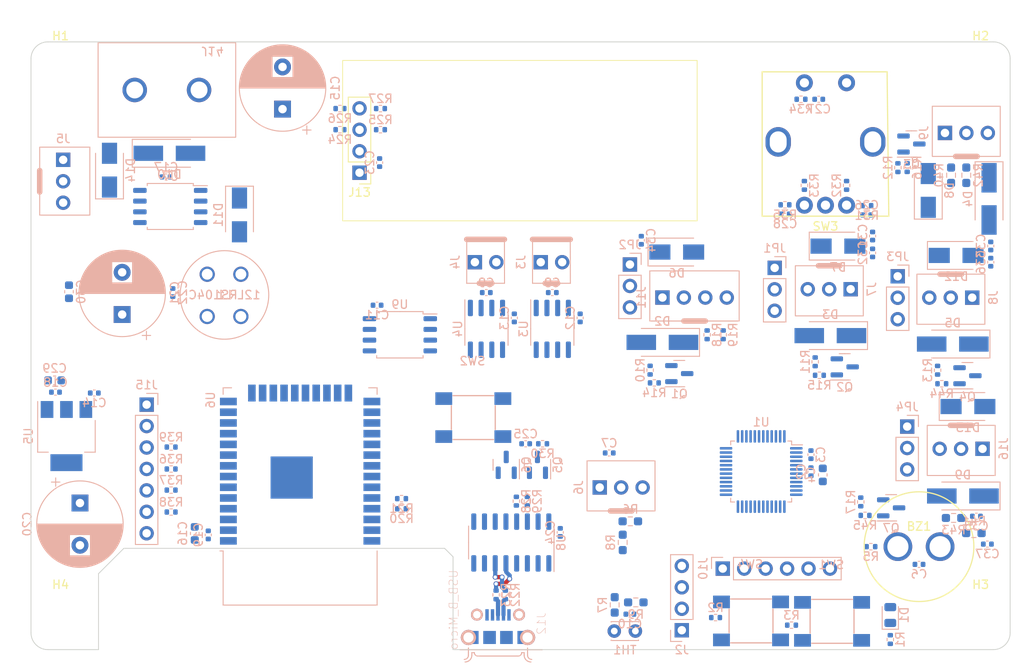
<source format=kicad_pcb>
(kicad_pcb (version 20211014) (generator pcbnew)
  (layers (0 "F.Cu" signal) (31 "B.Cu" signal) (34 "B.Paste" user) (35 "F.Paste" user) (36 "B.SilkS" user "B.Silkscreen") (37 "F.SilkS" user "F.Silkscreen") (38 "B.Mask" user) (39 "F.Mask" user) (44 "Edge.Cuts" user))
  (net 0 "")
  (net 1 "Net-(BZ1-Pad1)")
  (net 2 "GND")
  (net 3 "+3V3")
  (net 4 "/controller/SWCLK")
  (net 5 "Net-(R2-Pad1)")
  (net 6 "Net-(C7-Pad1)")
  (net 7 "Net-(C8-Pad1)")
  (net 8 "Net-(C8-Pad2)")
  (net 9 "Net-(C9-Pad1)")
  (net 10 "Net-(C9-Pad2)")
  (net 11 "Net-(C10-Pad1)")
  (net 12 "+5V")
  (net 13 "+12V")
  (net 14 "/EN")
  (net 15 "/ENC_A")
  (net 16 "Net-(C27-Pad1)")
  (net 17 "/ENC_B")
  (net 18 "/controller/FAN_OUT")
  (net 19 "/controller/STIR_OUT")
  (net 20 "Net-(C33-Pad1)")
  (net 21 "Net-(C34-Pad1)")
  (net 22 "/controller/RELAY_OUT")
  (net 23 "Net-(D1-Pad1)")
  (net 24 "Net-(D1-Pad2)")
  (net 25 "/controller/SSR1_OUT")
  (net 26 "Net-(D11-Pad1)")
  (net 27 "Net-(SW1-Pad1)")
  (net 29 "/controller/SWDIO")
  (net 34 "/controller/AUX1")
  (net 35 "/controller/AUX2")
  (net 36 "/controller/AUX3")
  (net 37 "Net-(J11-Pad3)")
  (net 38 "Net-(J11-Pad4)")
  (net 41 "Net-(J13-Pad3)")
  (net 42 "Net-(J13-Pad4)")
  (net 43 "Net-(J15-Pad3)")
  (net 44 "Net-(J15-Pad4)")
  (net 45 "Net-(J15-Pad5)")
  (net 46 "Net-(J15-Pad6)")
  (net 47 "Net-(C31-Pad1)")
  (net 49 "Net-(C35-Pad1)")
  (net 50 "/controller/AUX_MOSFET_OUT")
  (net 51 "Net-(Q1-Pad1)")
  (net 52 "Net-(Q2-Pad1)")
  (net 53 "Net-(Q3-Pad1)")
  (net 54 "Net-(Q4-Pad1)")
  (net 55 "Net-(Q5-Pad1)")
  (net 56 "/USB_RTS")
  (net 57 "Net-(Q6-Pad1)")
  (net 58 "/IO0")
  (net 59 "/USB_DTR")
  (net 60 "Net-(Q7-Pad1)")
  (net 61 "/controller/BUZZER")
  (net 62 "/controller/THERMISTOR_IN1")
  (net 63 "/controller/THERMISTOR_IN2")
  (net 64 "/controller/FAN_EN")
  (net 65 "/controller/STIR_EN")
  (net 66 "/controller/SSR1_EN")
  (net 68 "/controller/FAN_TACH_IN")
  (net 69 "/controller/FAN_PWM_OUT")
  (net 70 "Net-(R20-Pad1)")
  (net 71 "/USB_RX")
  (net 72 "Net-(R21-Pad1)")
  (net 73 "/USB_TX")
  (net 74 "/SCL")
  (net 75 "/SDA")
  (net 76 "Net-(R31-Pad1)")
  (net 77 "Net-(R33-Pad1)")
  (net 78 "/ENC_BUTTON")
  (net 79 "/ESP_USART_TX")
  (net 80 "/AUX0")
  (net 81 "/AUX1")
  (net 82 "/ESP_USART_RX")
  (net 83 "/controller/RELAY_EN")
  (net 92 "/controller/SPI_SCK")
  (net 93 "/controller/SPI_MISO")
  (net 94 "/controller/SPI_NSS1")
  (net 95 "/controller/SPI_NSS2")
  (net 133 "Net-(J9-Pad2)")
  (net 134 "Net-(J16-Pad2)")
  (net 135 "/controller/AUX_EN")
  (net 136 "/USB-")
  (net 137 "/USB+")
  (net 138 "/USB_R-")
  (net 139 "/USB_R+")
  (net 140 "/VSPI_MOSI")
  (net 141 "/VSPI_WP")
  (net 142 "/VSPI_HD")
  (net 143 "/VSPI_MISO")
  (net 144 "/VSPI_SCK")
  (net 145 "/VSPI_CS")
  (footprint "MountingHole:MountingHole_3.2mm_M3" (layer "F.Cu") (at 212.5 103.5)
    (fp_text reference "H2")
    (fp_text value "MountingHole")
  )
  (footprint "MountingHole:MountingHole_3.2mm_M3" (layer "F.Cu") (at 103.5 168.5)
    (fp_text reference "H4")
    (fp_text value "MountingHole")
  )
  (footprint "MountingHole:MountingHole_3.2mm_M3" (layer "F.Cu") (at 103.5 103.5)
    (fp_text reference "H1")
    (fp_text value "MountingHole")
  )
  (footprint "Homebrew:MURATA_PKM13EPYH4000-A0" (layer "F.Cu") (at 205.2 159.8)
    (fp_text reference "BZ1")
    (fp_text value "Buzzer")
  )
  (footprint "MountingHole:MountingHole_3.2mm_M3" (layer "F.Cu") (at 212.5 168.5)
    (fp_text reference "H3")
    (fp_text value "MountingHole")
  )
  (footprint "Connector_PinHeader_2.54mm:PinHeader_1x04_P2.54mm_Vertical" (layer "F.Cu") (at 138.92 115.5 180)
    (fp_text reference "J13")
    (fp_text value "Conn_01x04 Header")
  )
  (footprint "Homebrew:BOURNS_PEC12R-4xxxF-Sxxxx" (layer "F.Cu") (at 194.12 111.85)
    (fp_text reference "SW3")
    (fp_text value "RotaryEncoder_Switch")
  )
  (footprint "Package_SO:SOIC-8_3.9x4.9mm_P1.27mm" (layer "B.Cu") (at 161.757142 134 -90)
    (fp_text reference "U3")
    (fp_text value "MAX31855KASA")
  )
  (footprint "Homebrew:MiniPV_69167-X03XXX_1x03_P2.54mm_Polarized_Vertical" (layer "B.Cu") (at 211.5 130.3 90)
    (fp_text reference "J8")
    (fp_text value "Conn_01x03 MiniPV")
  )
  (footprint "Resistor_SMD:R_0402_1005Metric" (layer "B.Cu") (at 116.6 155.7 180)
    (fp_text reference "R38")
    (fp_text value "1k")
  )
  (footprint "Resistor_SMD:R_0402_1005Metric" (layer "B.Cu") (at 193.4 139.5)
    (fp_text reference "R15")
    (fp_text value "100")
  )
  (footprint "Homebrew:MiniPV_69167-X03XXX_1x03_P2.54mm_Polarized_Vertical" (layer "B.Cu") (at 167.375 152.79 -90)
    (fp_text reference "J6")
    (fp_text value "Conn_01x03 MiniPV")
  )
  (footprint "Resistor_SMD:R_0402_1005Metric" (layer "B.Cu") (at 160.61 147.61)
    (fp_text reference "R30")
    (fp_text value "10k")
  )
  (footprint "Resistor_SMD:R_0402_1005Metric" (layer "B.Cu") (at 173.345636 138.89 -90)
    (fp_text reference "R10")
    (fp_text value "10k")
  )
  (footprint "Resistor_SMD:R_0402_1005Metric" (layer "B.Cu") (at 191.62 117 90)
    (fp_text reference "R33")
    (fp_text value "10k")
  )
  (footprint "Resistor_SMD:R_0402_1005Metric" (layer "B.Cu") (at 136.6 110.4)
    (fp_text reference "R24")
    (fp_text value "22")
  )
  (footprint "Capacitor_THT:CP_Radial_D10.0mm_P5.00mm" (layer "B.Cu") (at 110.8 132.3 90)
    (fp_text reference "C21")
    (fp_text value "470uF")
  )
  (footprint "Capacitor_SMD:C_0402_1005Metric" (layer "B.Cu") (at 213.7 126.1 -90)
    (fp_text reference "C36")
    (fp_text value "100nF")
  )
  (footprint "LED_SMD:LED_0805_2012Metric" (layer "B.Cu") (at 201.8 167.9 90)
    (fp_text reference "D1")
    (fp_text value "LED")
  )
  (footprint "Homebrew:MiniPV_69167-X03XXX_1x03_P2.54mm_Polarized_Vertical" (layer "B.Cu") (at 212.725 148.21 90)
    (fp_text reference "J16")
    (fp_text value "Conn_01x03 MiniPV")
  )
  (footprint "Package_SO:SOIC-16_3.9x9.9mm_P1.27mm" (layer "B.Cu") (at 156.9 159.31 90)
    (fp_text reference "U8")
    (fp_text value "CH340C")
  )
  (footprint "Resistor_SMD:R_0402_1005Metric" (layer "B.Cu") (at 156.2 165.51 90)
    (fp_text reference "R22")
    (fp_text value "22")
  )
  (footprint "Capacitor_SMD:C_0402_1005Metric" (layer "B.Cu") (at 107.5 141.6)
    (fp_text reference "C14")
    (fp_text value "1uF")
  )
  (footprint "Capacitor_SMD:C_0402_1005Metric" (layer "B.Cu") (at 192.4 148.9 90)
    (fp_text reference "C3")
    (fp_text value "1uF")
  )
  (footprint "Resistor_SMD:R_0603_1608Metric_Pad0.98x0.95mm_HandSolder" (layer "B.Cu") (at 171 156.8 180)
    (fp_text reference "R6")
    (fp_text value "4k7 0603")
  )
  (footprint "Resistor_SMD:R_0402_1005Metric" (layer "B.Cu") (at 116.6 148 180)
    (fp_text reference "R39")
    (fp_text value "100")
  )
  (footprint "Resistor_SMD:R_0603_1608Metric_Pad0.98x0.95mm_HandSolder" (layer "B.Cu") (at 169.15 166.7 -90)
    (fp_text reference "R7")
    (fp_text value "4k7 0603")
  )
  (footprint "Capacitor_SMD:C_0402_1005Metric" (layer "B.Cu") (at 116.8 129.7 90)
    (fp_text reference "C22")
    (fp_text value "1uF")
  )
  (footprint "Capacitor_SMD:C_0402_1005Metric" (layer "B.Cu") (at 161.757142 129.7 180)
    (fp_text reference "C8")
    (fp_text value "10nF")
  )
  (footprint "Resistor_SMD:R_0402_1005Metric" (layer "B.Cu") (at 181.1 168.2 180)
    (fp_text reference "R2")
    (fp_text value "10k")
  )
  (footprint "Connector_PinHeader_2.54mm:PinHeader_1x03_P2.54mm_Vertical" (layer "B.Cu") (at 170.954364 126.375 180)
    (fp_text reference "JP2")
    (fp_text value "Jumper_3_Bridged12")
  )
  (footprint "Resistor_SMD:R_0402_1005Metric" (layer "B.Cu") (at 116.6 150.6 180)
    (fp_text reference "R36")
    (fp_text value "100")
  )
  (footprint "Capacitor_SMD:C_0402_1005Metric" (layer "B.Cu") (at 189.34 120.4)
    (fp_text reference "C28")
    (fp_text value "10nF")
  )
  (footprint "Capacitor_SMD:C_0402_1005Metric" (layer "B.Cu") (at 193.32 106.8)
    (fp_text reference "C27")
    (fp_text value "100nF")
  )
  (footprint "Resistor_SMD:R_0402_1005Metric" (layer "B.Cu") (at 191.22 106.8)
    (fp_text reference "R34")
    (fp_text value "1k")
  )
  (footprint "Homebrew:SW_TACTILE_5.1MM_TS-1187A-C-D-B" (layer "B.Cu") (at 152.4 144.51 180)
    (fp_text reference "SW2")
    (fp_text value "SW_Push")
  )
  (footprint "Resistor_SMD:R_0402_1005Metric" (layer "B.Cu") (at 180.1 134.7 90)
    (fp_text reference "R18")
    (fp_text value "1k")
  )
  (footprint "Capacitor_SMD:C_0402_1005Metric" (layer "B.Cu") (at 213.3 159.5)
    (fp_text reference "C37")
    (fp_text value "100nF")
  )
  (footprint "Capacitor_THT:CP_Radial_D10.0mm_P5.00mm" (layer "B.Cu") (at 129.8 107.967677 90)
    (fp_text reference "C15")
    (fp_text value "470uF")
  )
  (footprint "Capacitor_SMD:C_0402_1005Metric" (layer "B.Cu") (at 213.7 124.18 -90)
    (fp_text reference "C33")
    (fp_text value "100nF")
  )
  (footprint "Capacitor_SMD:C_0603_1608Metric" (layer "B.Cu") (at 119.4 158.235 -90)
    (fp_text reference "C16")
    (fp_text value "10uF")
  )
  (footprint "Capacitor_THT:CP_Radial_D10.0mm_P5.00mm" (layer "B.Cu") (at 105.8 154.632323 -90)
    (fp_text reference "C20")
    (fp_text value "470uF")
  )
  (footprint "Resistor_SMD:R_0603_1608Metric_Pad0.98x0.95mm_HandSolder" (layer "B.Cu") (at 170.1 159.3 -90)
    (fp_text reference "R8")
    (fp_text value "100 0603")
  )
  (footprint "Diode_SMD:D_SMA_Handsoldering" (layer "B.Cu") (at 210.4 153.8 180)
    (fp_text reference "D9")
    (fp_text value "D_TVS_5V")
  )
  (footprint "Diode_SMD:D_SMA" (layer "B.Cu") (at 206.3 117.6 90)
    (fp_text reference "D8")
    (fp_text value "D")
  )
  (footprint "Diode_SMD:D_SMA_Handsoldering" (layer "B.Cu") (at 194.7 134.8 180)
    (fp_text reference "D3")
    (fp_text value "D_TVS_5V")
  )
  (footprint "Capacitor_SMD:C_0402_1005Metric" (layer "B.Cu") (at 199.7 123 -90)
    (fp_text reference "C31")
    (fp_text value "100nF")
  )
  (footprint "Diode_SMD:D_SMA_Handsoldering" (layer "B.Cu") (at 174.8 135.6 180)
    (fp_text reference "D2")
    (fp_text value "D_TVS_12V")
  )
  (footprint "Capacitor_SMD:C_0402_1005Metric" (layer "B.Cu") (at 170.95 167.8)
    (fp_text reference "C10")
    (fp_text value "1uF")
  )
  (footprint "Capacitor_SMD:C_0402_1005Metric" (layer "B.Cu") (at 141 131.2)
    (fp_text reference "C11")
    (fp_text value "1uF")
  )
  (footprint "Resistor_SMD:R_0603_1608Metric_Pad0.98x0.95mm_HandSolder" (layer "B.Cu") (at 209.3 156.4)
    (fp_text reference "R43")
    (fp_text value "0 0603")
  )
  (footprint "Package_TO_SOT_SMD:SOT-23" (layer "B.Cu") (at 160 150.11 90)
    (fp_text reference "Q5")
    (fp_text value "Q_NPN_BEC")
  )
  (footprint "Diode_SMD:D_SMA" (layer "B.Cu") (at 211 143.2)
    (fp_text reference "D13")
    (fp_text value "D")
  )
  (footprint "Connector_PinHeader_2.54mm:PinHeader_1x04_P2.54mm_Vertical" (layer "B.Cu") (at 177.1 169.7)
    (fp_text reference "J2")
    (fp_text value "Conn_01x04 Header")
  )
  (footprint "Package_QFP:LQFP-48_7x7mm_P0.5mm" (layer "B.Cu") (at 186.5 150.9 180)
    (fp_text reference "U1")
    (fp_text value "STM32G030C8T6")
  )
  (footprint "Connector_PinHeader_2.54mm:PinHeader_1x03_P2.54mm_Vertical" (layer "B.Cu") (at 188.1 126.775 180)
    (fp_text reference "JP1")
    (fp_text value "Jumper_3_Bridged12")
  )
  (footprint "Homebrew:MiniPV_69167-X03XXX_1x03_P2.54mm_Polarized_Vertical" (layer "B.Cu") (at 103.81 113.975 180)
    (fp_text reference "J5")
    (fp_text value "Conn_01x03 MiniPV")
  )
  (footprint "Capacitor_SMD:C_0402_1005Metric" (layer "B.Cu") (at 212 156.2)
    (fp_text reference "C35")
    (fp_text value "100nF")
  )
  (footprint "Capacitor_SMD:C_0402_1005Metric" (layer "B.Cu") (at 102.9 141.5 180)
    (fp_text reference "C18")
    (fp_text value "1uF")
  )
  (footprint "Package_TO_SOT_SMD:SOT-23" (layer "B.Cu") (at 204.3 112.1)
    (fp_text reference "Q3")
    (fp_text value "AO3400A")
  )
  (footprint "Capacitor_SMD:C_0402_1005Metric" (layer "B.Cu") (at 165.057142 132.7 -90)
    (fp_text reference "C12")
    (fp_text value "1uF")
  )
  (footprint "Homebrew:SW_TACTILE_5.1MM_TS-1187A-C-D-B" (layer "B.Cu") (at 185.3 168.6 180)
    (fp_text reference "SW4")
    (fp_text value "SW_Push")
  )
  (footprint "Diode_SMD:D_SMA_Handsoldering" (layer "B.Cu") (at 116.4 113.2)
    (fp_text reference "D10")
    (fp_text value "D_TVS_12V")
  )
  (footprint "Homebrew:MiniPV_76384-X02XX_1x02_P2.54mm_Vertical" (layer "B.Cu") (at 160.387142 126.1 -90)
    (fp_text reference "J3")
    (fp_text value "Conn_01x02 MiniPV")
  )
  (footprint "Homebrew:MiniPV_69167-X04XXX_1x04_P2.54mm_Polarized_Vertical" (layer "B.Cu") (at 174.805 130.29 -90)
    (fp_text reference "J11")
    (fp_text value "Conn_01x04 MiniPV")
  )
  (footprint "Capacitor_SMD:C_0603_1608Metric" (layer "B.Cu") (at 193.8 151.3 -90)
    (fp_text reference "C4")
    (fp_text value "10uF")
  )
  (footprint "Diode_SMD:D_SMA" (layer "B.Cu") (at 209.6 125.3)
    (fp_text reference "D12")
    (fp_text value "D")
  )
  (footprint "Resistor_SMD:R_0603_1608Metric_Pad0.98x0.95mm_HandSolder" (layer "B.Cu") (at 209 115.8 -90)
    (fp_text reference "R40")
    (fp_text value "10k 0603")
  )
  (footprint "Resistor_SMD:R_0603_1608Metric_Pad0.98x0.95mm_HandSolder" (layer "B.Cu") (at 171.65 166.4)
    (fp_text reference "R9")
    (fp_text value "100 0603")
  )
  (footprint "Resistor_SMD:R_0402_1005Metric" (layer "B.Cu") (at 158.8 154.41 90)
    (fp_text reference "R29")
    (fp_text value "10k")
  )
  (footprint "Package_SO:SOIC-8_5.23x5.23mm_P1.27mm" (layer "B.Cu") (at 116.5 119.5 180)
    (fp_text reference "U7")
    (fp_text value "XL1509-5.0E1")
  )
  (footprint "Capacitor_SMD:C_0402_1005Metric" (layer "B.Cu") (at 168.5 148.7 180)
    (fp_text reference "C7")
    (fp_text value "1uF")
  )
  (footprint "Homebrew:FRAMATOME_10118194-0001LF_fixed_bridges" (layer "B.Cu") (at 155.325 170.56 180)
    (fp_text reference "J12")
    (fp_text value "USB_B_Micro")
  )
  (footprint "Homebrew:MiniPV_69167-X03XXX_1x03_P2.54mm_Polarized_Vertical" (layer "B.Cu") (at 208.275 110.79 -90)
    (fp_text reference "J9")
    (fp_text value "Conn_01x03 MiniPV")
  )
  (footprint "Capacitor_SMD:C_0402_1005Metric" (layer "B.Cu") (at 199.7 125 -90)
    (fp_text reference "C32")
    (fp_text value "100nF")
  )
  (footprint "RF_Module:ESP32-WROOM-32" (layer "B.Cu") (at 131.883447 150.86)
    (fp_text reference "U6")
    (fp_text value "ESP32-WROOM-32")
  )
  (footprint "Capacitor_SMD:C_0402_1005Metric" (layer "B.Cu") (at 158.6 147.61 180)
    (fp_text reference "C25")
    (fp_text value "4.7uF")
  )
  (footprint "Package_TO_SOT_SMD:SOT-23" (layer "B.Cu") (at 156.3 150.11 90)
    (fp_text reference "Q6")
    (fp_text value "Q_NPN_BEC")
  )
  (footprint "Homebrew:MiniPV_69167-X03XXX_1x03_P2.54mm_Polarized_Vertical" (layer "B.Cu") (at 197.1 129.3 90)
    (fp_text reference "J7")
    (fp_text value "Conn_01x03 MiniPV")
  )
  (footprint "Capacitor_SMD:C_0402_1005Metric" (layer "B.Cu") (at 141.3 114.3 -90)
    (fp_text reference "C23")
    (fp_text value "1uF")
  )
  (footprint "Capacitor_SMD:C_0402_1005Metric" (layer "B.Cu") (at 116 116 180)
    (fp_text reference "C17")
    (fp_text value "1uF")
  )
  (footprint "Package_SO:SOIC-8_3.9x4.9mm_P1.27mm" (layer "B.Cu") (at 153.957142 134 -90)
    (fp_text reference "U4")
    (fp_text value "MAX31855KASA")
  )
  (footprint "Connector_PinHeader_2.54mm:PinHeader_1x07_P2.54mm_Vertical" (layer "B.Cu") (at 113.7 142.975 180)
    (fp_text reference "J15")
    (fp_text value "Conn_01x07 Header")
  )
  (footprint "Resistor_SMD:R_0402_1005Metric" (layer "B.Cu") (at 198.81 156.1)
    (fp_text reference "R45")
    (fp_text value "100")
  )
  (footprint "Capacitor_SMD:C_0402_1005Metric" (layer "B.Cu") (at 192.4 150.92 -90)
    (fp_text reference "C2")
    (fp_text value "1uF")
  )
  (footprint "Resistor_SMD:R_0402_1005Metric" (layer "B.Cu") (at 143.9 154.11)
    (fp_text reference "R21")
    (fp_text value "470")
  )
  (footprint "Package_TO_SOT_SMD:SOT-223-3_TabPin2" (layer "B.Cu") (at 104.2 146.7 -90)
    (fp_text reference "U5")
    (fp_text value "AMS1117-3.3")
  )
  (footprint "Resistor_SMD:R_0402_1005Metric" (layer "B.Cu") (at 207.9 140.5)
    (fp_text reference "R44")
    (fp_text value "100")
  )
  (footprint "Resistor_SMD:R_0402_1005Metric" (layer "B.Cu") (at 157.5 154.41 90)
    (fp_text reference "R28")
    (fp_text value "10k")
  )
  (footprint "Package_TO_SOT_SMD:SOT-23" (layer "B.Cu") (at 201.9 155.2)
    (fp_text reference "Q7")
    (fp_text value "AO3400A")
  )
  (footprint "Resistor_SMD:R_0402_1005Metric" (layer "B.Cu") (at 201.8 170.8 90)
    (fp_text reference "R1")
    (fp_text value "470")
  )
  (footprint "Homebrew:SW_TACTILE_5.1MM_TS-1187A-C-D-B" (layer "B.Cu") (at 194.9 168.65 180)
    (fp_text reference "SW1")
    (fp_text value "SW_Push")
  )
  (footprint "Package_TO_SOT_SMD:SOT-23" (layer "B.Cu") (at 176.8 139.3)
    (fp_text reference "Q1")
    (fp_text value "AO3400A")
  )
  (footprint "Homebrew:MiniPV_76384-X02XX_1x02_P2.54mm_Vertical" (layer "B.Cu") (at 152.587142 126.1 -90)
    (fp_text reference "J4")
    (fp_text value "Conn_01x02 MiniPV")
  )
  (footprint "Resistor_SMD:R_0402_1005Metric" (layer "B.Cu") (at 196.62 117 -90)
    (fp_text reference "R32")
    (fp_text value "10k")
  )
  (footprint "Resistor_SMD:R_0402_1005Metric" (layer "B.Cu") (at 136.6 107.9)
    (fp_text reference "R26")
    (fp_text value "22")
  )
  (footprint "Diode_SMD:D_SMA" (layer "B.Cu") (at 109.3 115.2 90)
    (fp_text reference "D14")
    (fp_text value "D")
  )
  (footprint "Capacitor_SMD:C_0603_1608Metric" (layer "B.Cu") (at 104.5 129.6 90)
    (fp_text reference "C30")
    (fp_text value "10uF")
  )
  (footprint "Diode_SMD:D_SMA" (layer "B.Cu") (at 176.5 124.9)
    (fp_text reference "D6")
    (fp_text value "D")
  )
  (footprint "Resistor_SMD:R_0402_1005Metric" (layer "B.Cu") (at 199.02 119.4)
    (fp_text reference "R31")
    (fp_text value "10k")
  )
  (footprint "Connector_PinHeader_2.54mm:PinHeader_1x03_P2.54mm_Vertical" (layer "B.Cu") (at 203.8 145.575 180)
    (fp_text reference "JP4")
    (fp_text value "Jumper_3_Bridged12")
  )
  (footprint "Homebrew:12LRS104C" (layer "B.Cu") (at 120.1 132.8 180)
    (fp_text reference "L1")
    (fp_text value "12LRS104C")
  )
  (footprint "Package_SO:SOIC-8_5.275x5.275mm_P1.27mm" (layer "B.Cu") (at 143.7 134.7 180)
    (fp_text reference "U9")
    (fp_text value "W25Q128JVSIQ")
  )
  (footprint "Resistor_SMD:R_0402_1005Metric" (layer "B.Cu") (at 141.4 110.4 180)
    (fp_text reference "R25")
    (fp_text value "4k7")
  )
  (footprint "Resistor_SMD:R_0402_1005Metric" (layer "B.Cu") (at 155.1 165.51 90)
    (fp_text reference "R23")
    (fp_text value "22")
  )
  (footprint "Resistor_SMD:R_0402_1005Metric" (layer "B.Cu") (at 182 134.7 90)
    (fp_text reference "R19")
    (fp_text value "1k")
  )
  (footprint "Resistor_SMD:R_0402_1005Metric" (layer "B.Cu") (at 202.7 114.9 -90)
    (fp_text reference "R12")
    (fp_text value "10k")
  )
  (footprint "Resistor_SMD:R_0402_1005Metric" (layer "B.Cu") (at 173.845636 140.4)
    (fp_text reference "R14")
    (fp_text value "100")
  )
  (footprint "Resistor_SMD:R_0402_1005Metric" (layer "B.Cu") (at 192.9 137.9 -90)
    (fp_text reference "R11")
    (fp_text value "10k")
  )
  (footprint "Diode_SMD:D_SMA" (layer "B.Cu") (at 124.7 120.5 -90)
    (fp_text reference "D11")
    (fp_text value "1N5820")
  )
  (footprint "Resistor_SMD:R_0603_1608Metric_Pad0.98x0.95mm_HandSolder" (layer "B.Cu") (at 210.8 115.8 90)
    (fp_text reference "R42")
    (fp_text value "2.2")
  )
  (footprint "Resistor_SMD:R_0402_1005Metric" (layer "B.Cu") (at 116.6 153.1 180)
    (fp_text reference "R37")
    (fp_text value "1k")
  )
  (footprint "Package_TO_SOT_SMD:SOT-23" (layer "B.Cu") (at 196.4 138.5)
    (fp_text reference "Q2")
    (fp_text value "AO3400A")
  )
  (footprint "Capacitor_SMD:C_0402_1005Metric" (layer "B.Cu") (at 172.3 123.5 90)
    (fp_text reference "C34")
    (fp_text value "100nF")
  )
  (footprint "Diode_SMD:D_SMA_Handsoldering" (layer "B.Cu") (at 213.5 118.6 -90)
    (fp_text reference "D4")
    (fp_text value "D_TVS_5V")
  )
  (footprint "Diode_SMD:D_SMA" (layer "B.Cu") (at 195.6 124.2)
    (fp_text reference "D7")
    (fp_text value "D")
  )
  (footprint "Capacitor_SMD:C_0402_1005Metric" (layer "B.Cu") (at 205.2 161.9)
    (fp_text reference "C6")
    (fp_text value "470nF")
  )
  (footprint "Diode_SMD:D_SMA_Handsoldering" (layer "B.Cu") (at 209.2 135.8 180)
    (fp_text reference "D5")
    (fp_text value "D_TVS_5V")
  )
  (footprint "Resistor_SMD:R_0402_1005Metric" (layer "B.Cu") (at 189.32 119.3)
    (fp_text reference "R35")
    (fp_text value "10k")
  )
  (footprint "Resistor_SMD:R_0402_1005Metric" (layer "B.Cu") (at 198.3 154.5 -90)
    (fp_text reference "R17")
    (fp_text value "10k")
  )
  (footprint "Resistor_SMD:R_0402_1005Metric" (layer "B.Cu") (at 141.4 107.9 180)
    (fp_text reference "R27")
    (fp_text value "4k7")
  )
  (footprint "Capacitor_SMD:C_0402_1005Metric" (layer "B.Cu") (at 153.937142 129.7 180)
    (fp_text reference "C9")
    (fp_text value "10nF")
  )
  (footprint "Resistor_SMD:R_0402_1005Metric" (layer "B.Cu") (at 207.4 138.9 -90)
    (fp_text reference "R13")
    (fp_text value "10k")
  )
  (footprint "Capacitor_THT:C_Disc_D3.0mm_W2.0mm_P2.50mm" (layer "B.Cu") (at 169.1 169.8)
    (fp_text reference "TH1")
    (fp_text value "Thermistor_NTC")
  )
  (footprint "Capacitor_SMD:C_0402_1005Metric" (layer "B.Cu") (at 121 158.41 -90)
    (fp_text reference "C19")
    (fp_text value "1uF")
  )
  (footprint "Homebrew:Amphenol_BarrierStrip_YK321020XX00G_1x02_P7.62" (layer "B.Cu") (at 116.1 105.7)
    (fp_text reference "J14")
    (fp_text value "Conn_01x02 Terminals" hide)
  )
  (footprint "Connector_PinHeader_2.54mm:PinHeader_1x03_P2.54mm_Vertical" (layer "B.Cu") (at 202.675 127.775 180)
    (fp_text reference "JP3")
    (fp_text value "Jumper_3_Bridged12")
  )
  (footprint "Connector_PinHeader_2.54mm:PinHeader_1x06_P2.54mm_Vertical" (layer "B.Cu") (at 181.95 162.4 -90)
    (fp_text reference "J10")
    (fp_text value "Conn_01x06 Header")
  )
  (footprint "Resistor_SMD:R_0402_1005Metric" (layer "B.Cu") (at 190.1 169.1 180)
    (fp_text reference "R3")
    (fp_text value "100k")
  )
  (footprint "Resistor_SMD:R_0402_1005Metric" (layer "B.Cu") (at 203.8 114.89 90)
    (fp_text reference "R16")
    (fp_text value "100")
  )
  (footprint "Resistor_SMD:R_0402_1005Metric" (layer "B.Cu") (at 143.9 155.31)
    (fp_text reference "R20")
    (fp_text value "470")
  )
  (footprint "Resistor_SMD:R_0603_1608Metric_Pad0.98x0.95mm_HandSolder" (layer "B.Cu") (at 211.7 158.2 180)
    (fp_text reference "R41")
    (fp_text value "DNP 0603")
  )
  (footprint "Capacitor_SMD:C_0402_1005Metric" (layer "B.Cu") (at 162.7 158.11 -90)
    (fp_text reference "C24")
    (fp_text value "1uF")
  )
  (footprint "Resistor_SMD:R_0402_1005Metric" (layer "B.Cu") (at 199.5 159.8)
    (fp_text reference "R5")
    (fp_text value "22")
  )
  (footprint "Capacitor_SMD:C_0402_1005Metric" (layer "B.Cu") (at 199 120.5 180)
    (fp_text reference "C26")
    (fp_text value "10nF")
  )
  (footprint "Capacitor_SMD:C_0603_1608Metric" (layer "B.Cu") (at 102.8 140.1 180)
    (fp_text reference "C29")
    (fp_text value "10uF")
  )
  (footprint "Package_TO_SOT_SMD:SOT-23" (layer "B.Cu") (at 210.9375 139.55)
    (fp_text reference "Q4")
    (fp_text value "AO3400A")
  )
  (footprint "Capacitor_SMD:C_0402_1005Metric" (layer "B.Cu") (at 157.257142 132.7 -90)
    (fp_text reference "C13")
    (fp_text value "1uF")
  )
  (gr_rect (start 136.92 102.2) (end 178.92 121.2) (layer "F.SilkS") (width 0.1) (fill none))
  (gr_line (start 150 172) (end 214 172) (layer "Edge.Cuts") (width 0.1))
  (gr_line (start 111 160) (end 108 163) (layer "Edge.Cuts") (width 0.1))
  (gr_line (start 216 170) (end 216 102) (layer "Edge.Cuts") (width 0.1))
  (gr_line (start 149 160) (end 111 160) (layer "Edge.Cuts") (width 0.1))
  (gr_line (start 100 102) (end 100 170) (layer "Edge.Cuts") (width 0.1))
  (gr_arc (start 102 172) (mid 100.585786 171.414214) (end 100 170) (layer "Edge.Cuts") (width 0.1))
  (gr_line (start 150 161) (end 149 160) (layer "Edge.Cuts") (width 0.1))
  (gr_line (start 108 172) (end 102 172) (layer "Edge.Cuts") (width 0.1))
  (gr_line (start 150 172) (end 150 161) (layer "Edge.Cuts") (width 0.1))
  (gr_arc (start 100 102) (mid 100.585786 100.585786) (end 102 100) (layer "Edge.Cuts") (width 0.1))
  (gr_line (start 214 100) (end 102 100) (layer "Edge.Cuts") (width 0.1))
  (gr_arc (start 216 170) (mid 215.414214 171.414214) (end 214 172) (layer "Edge.Cuts") (width 0.1))
  (gr_arc (start 214 100) (mid 215.414214 100.585786) (end 216 102) (layer "Edge.Cuts") (width 0.1))
  (gr_line (start 108 163) (end 108 172) (layer "Edge.Cuts") (width 0.1))
  (segment (start 155.975 167.885) (end 155.975 166.245) (width 0.5) (layer "B.Cu") (net 136))
  (segment (start 155.975 166.245) (end 156.2 166.02) (width 0.5) (layer "B.Cu") (net 136))
  (segment (start 155.325 167.885) (end 155.325 166.245) (width 0.5) (layer "B.Cu") (net 137))
  (segment (start 155.325 166.245) (end 155.1 166.02) (width 0.5) (layer "B.Cu") (net 137))
  (segment (start 155 163.41) (end 155.8 163.41) (width 0.5) (layer "F.Cu") (net 138))
  (via (at 155.8 163.41) (size 0.6) (drill 0.4) (layers "F.Cu" "B.Cu") (net 138))
  (via (at 155 163.41) (size 0.6) (drill 0.4) (layers "F.Cu" "B.Cu") (net 138))
  (segment (start 155.8 164.6) (end 155.8 163.41) (width 0.5) (layer "B.Cu") (net 138))
  (segment (start 155 161.99) (end 155 163.41) (width 0.5) (layer "B.Cu") (net 138))
  (segment (start 154.995 161.985) (end 155 161.99) (width 0.5) (layer "B.Cu") (net 138))
  (segment (start 156.2 165) (end 155.8 164.6) (width 0.5) (layer "B.Cu") (net 138))
  (segment (start 156.1 164.21) (end 156.7 163.61) (width 0.5) (layer "F.Cu") (net 139))
  (segment (start 155.1 164.21) (end 156.1 164.21) (width 0.5) (layer "F.Cu") (net 139))
  (via (at 155.1 164.21) (size 0.6) (drill 0.4) (layers "F.Cu" "B.Cu") (net 139))
  (via (at 156.7 163.61) (size 0.6) (drill 0.4) (layers "F.Cu" "B.Cu") (net 139))
  (segment (start 156.7 163.61) (end 156.7 163.21) (width 0.5) (layer "B.Cu") (net 139))
  (segment (start 156.7 163.21) (end 156.3 162.81) (width 0.5) (layer "B.Cu") (net 139))
  (segment (start 155.1 165) (end 155.1 164.21) (width 0.5) (layer "B.Cu") (net 139))
)
</source>
